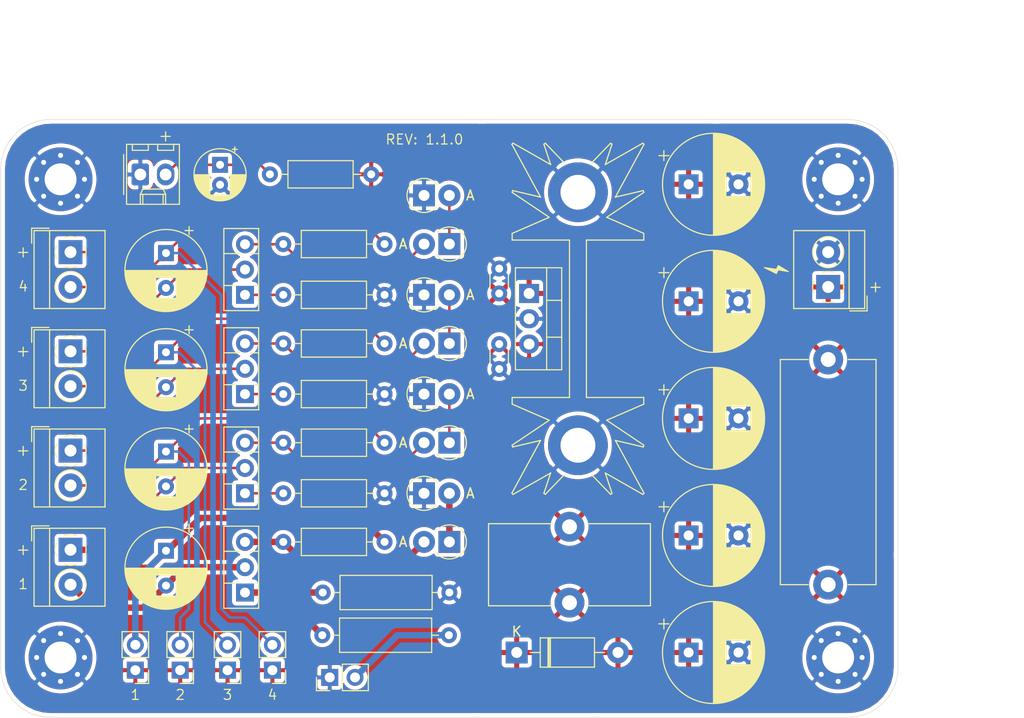
<source format=kicad_pcb>
(kicad_pcb (version 20171130) (host pcbnew "(5.1.8)-1")
  (layers (0 F.Cu signal) (31 B.Cu signal) (34 B.Paste user) (35 F.Paste user) (36 B.SilkS user) (37 F.SilkS user) (38 B.Mask user) (39 F.Mask user) (44 Edge.Cuts user))
  (net 0 "")
  (net 1 "Net-(C1-Pad1)")
  (net 2 GND)
  (net 3 OUT)
  (net 4 "Net-(D1-Pad2)")
  (net 5 "Net-(D1-Pad1)")
  (net 6 "Net-(D3-Pad2)")
  (net 7 "Net-(D3-Pad1)")
  (net 8 "Net-(Q1-Pad1)")
  (net 9 "Net-(Q2-Pad1)")
  (net 10 "Net-(Q3-Pad1)")
  (net 11 "Net-(Q4-Pad1)")
  (net 12 "Net-(JP5-Pad2)")
  (net 13 "Net-(C8-Pad1)")
  (net 14 "Net-(C9-Pad2)")
  (net 15 "Net-(C9-Pad1)")
  (net 16 "Net-(C10-Pad1)")
  (net 17 "Net-(C10-Pad2)")
  (net 18 "Net-(C11-Pad1)")
  (net 19 "Net-(D9-Pad2)")
  (net 20 +12V)
  (net 21 "Net-(C11-Pad2)")
  (net 22 "Net-(C12-Pad1)")
  (net 23 "Net-(C12-Pad2)")
  (net 24 "Net-(D5-Pad2)")
  (net 25 "Net-(D5-Pad1)")
  (net 26 "Net-(D7-Pad1)")
  (net 27 "Net-(D7-Pad2)")
  (net 28 "Net-(D10-Pad2)")
  (module Icons:Lightning (layer F.Cu) (at 158 65.06 90)
    (fp_text reference G*** hide)
    (fp_text value Lightning hide)
  )
  (module Capacitor_THT:CP_Radial_D10.0mm_P5.00mm (layer F.Cu) (at 149 103.5)
    (fp_text reference C1 hide)
    (fp_text value 1mF hide)
    (pad 1 thru_hole rect (at 0 0) (size 2 2) (drill 1) (layers *.Cu *.Mask) (net 1 "Net-(C1-Pad1)"))
    (pad 2 thru_hole circle (at 5 0) (size 2 2) (drill 1) (layers *.Cu *.Mask) (net 2 GND))
  )
  (module Resistor_THT:R_Axial_DIN0309_L9.0mm_D3.2mm_P12.70mm_Horizontal (layer F.Cu) (at 125 97.48 180)
    (fp_text reference R6 hide)
    (fp_text value 2.2 hide)
    (pad 2 thru_hole oval (at 12.7 0 180) (size 1.6 1.6) (drill 0.8) (layers *.Cu *.Mask) (net 8 "Net-(Q1-Pad1)"))
    (pad 1 thru_hole circle (at 0 0 180) (size 1.6 1.6) (drill 0.8) (layers *.Cu *.Mask) (net 2 GND))
  )
  (module Capacitor_THT:CP_Radial_D10.0mm_P5.00mm (layer F.Cu) (at 149 91.75)
    (fp_text reference C2 hide)
    (fp_text value 1mF hide)
    (pad 1 thru_hole rect (at 0 0) (size 2 2) (drill 1) (layers *.Cu *.Mask) (net 1 "Net-(C1-Pad1)"))
    (pad 2 thru_hole circle (at 5 0) (size 2 2) (drill 1) (layers *.Cu *.Mask) (net 2 GND))
  )
  (module Capacitor_THT:CP_Radial_D10.0mm_P5.00mm (layer F.Cu) (at 149 80)
    (fp_text reference C3 hide)
    (fp_text value 1mF hide)
    (pad 1 thru_hole rect (at 0 0) (size 2 2) (drill 1) (layers *.Cu *.Mask) (net 1 "Net-(C1-Pad1)"))
    (pad 2 thru_hole circle (at 5 0) (size 2 2) (drill 1) (layers *.Cu *.Mask) (net 2 GND))
  )
  (module Capacitor_THT:CP_Radial_D10.0mm_P5.00mm (layer F.Cu) (at 149 68.25)
    (fp_text reference C4 hide)
    (fp_text value 470µF hide)
    (pad 2 thru_hole circle (at 5 0) (size 2 2) (drill 1) (layers *.Cu *.Mask) (net 2 GND))
    (pad 1 thru_hole rect (at 0 0) (size 2 2) (drill 1) (layers *.Cu *.Mask) (net 1 "Net-(C1-Pad1)"))
  )
  (module Capacitor_THT:CP_Radial_D10.0mm_P5.00mm (layer F.Cu) (at 149 56.5)
    (fp_text reference C5 hide)
    (fp_text value 470µF hide)
    (pad 2 thru_hole circle (at 5 0) (size 2 2) (drill 1) (layers *.Cu *.Mask) (net 2 GND))
    (pad 1 thru_hole rect (at 0 0) (size 2 2) (drill 1) (layers *.Cu *.Mask) (net 1 "Net-(C1-Pad1)"))
  )
  (module Capacitor_THT:C_Disc_D3.0mm_W1.6mm_P2.50mm (layer F.Cu) (at 130 67.46 90)
    (fp_text reference C6 hide)
    (fp_text value 0.33µF hide)
    (pad 1 thru_hole circle (at 0 0 90) (size 1.6 1.6) (drill 0.8) (layers *.Cu *.Mask) (net 1 "Net-(C1-Pad1)"))
    (pad 2 thru_hole circle (at 2.5 0 90) (size 1.6 1.6) (drill 0.8) (layers *.Cu *.Mask) (net 2 GND))
  )
  (module Capacitor_THT:C_Disc_D3.0mm_W1.6mm_P2.50mm (layer F.Cu) (at 130 72.54 270)
    (fp_text reference C7 hide)
    (fp_text value 0.1µF hide)
    (pad 2 thru_hole circle (at 2.5 0 270) (size 1.6 1.6) (drill 0.8) (layers *.Cu *.Mask) (net 2 GND))
    (pad 1 thru_hole circle (at 0 0 270) (size 1.6 1.6) (drill 0.8) (layers *.Cu *.Mask) (net 3 OUT))
  )
  (module Connector_Molex:Molex_KK-254_AE-6410-02A_1x02_P2.54mm_Vertical (layer F.Cu) (at 94 55.52)
    (fp_text reference D2 hide)
    (fp_text value RED hide)
    (pad 1 thru_hole roundrect (at 0 0) (size 1.74 2.19) (drill 1.19) (layers *.Cu *.Mask) (roundrect_rratio 0.143678) (net 2 GND))
    (pad 2 thru_hole oval (at 2.54 0) (size 1.74 2.19) (drill 1.19) (layers *.Cu *.Mask) (net 13 "Net-(C8-Pad1)"))
  )
  (module Fuse:Fuseholder_Cylinder-5x20mm_Stelvio-Kontek_PTF78_Horizontal_Open (layer F.Cu) (at 163 96.69 90)
    (fp_text reference F1 hide)
    (fp_text value 2A hide)
    (pad 1 thru_hole circle (at 0 0 90) (size 3 3) (drill 1.5) (layers *.Cu *.Mask) (net 4 "Net-(D1-Pad2)"))
    (pad 2 thru_hole circle (at 22.6 0 90) (size 3 3) (drill 1.5) (layers *.Cu *.Mask) (net 20 +12V))
  )
  (module TerminalBlock_4Ucon:TerminalBlock_4Ucon_1x02_P3.50mm_Horizontal (layer F.Cu) (at 87 93.19 270)
    (fp_text reference J2 hide)
    (fp_text value DC_OUT_1 hide)
    (pad 1 thru_hole rect (at 0 0 270) (size 2.4 2.4) (drill 1.2) (layers *.Cu *.Mask) (net 15 "Net-(C9-Pad1)"))
    (pad 2 thru_hole circle (at 3.5 0 270) (size 2.4 2.4) (drill 1.2) (layers *.Cu *.Mask) (net 14 "Net-(C9-Pad2)"))
  )
  (module TerminalBlock_4Ucon:TerminalBlock_4Ucon_1x02_P3.50mm_Horizontal (layer F.Cu) (at 87 83.23 270)
    (fp_text reference J3 hide)
    (fp_text value DC_OUT_2 hide)
    (pad 2 thru_hole circle (at 3.5 0 270) (size 2.4 2.4) (drill 1.2) (layers *.Cu *.Mask) (net 17 "Net-(C10-Pad2)"))
    (pad 1 thru_hole rect (at 0 0 270) (size 2.4 2.4) (drill 1.2) (layers *.Cu *.Mask) (net 16 "Net-(C10-Pad1)"))
  )
  (module TerminalBlock_4Ucon:TerminalBlock_4Ucon_1x02_P3.50mm_Horizontal (layer F.Cu) (at 87 73.27 270)
    (fp_text reference J4 hide)
    (fp_text value DC_OUT_3 hide)
    (pad 2 thru_hole circle (at 3.5 0 270) (size 2.4 2.4) (drill 1.2) (layers *.Cu *.Mask) (net 21 "Net-(C11-Pad2)"))
    (pad 1 thru_hole rect (at 0 0 270) (size 2.4 2.4) (drill 1.2) (layers *.Cu *.Mask) (net 18 "Net-(C11-Pad1)"))
  )
  (module TerminalBlock_4Ucon:TerminalBlock_4Ucon_1x02_P3.50mm_Horizontal (layer F.Cu) (at 87 63.31 270)
    (fp_text reference J5 hide)
    (fp_text value DC_OUT_4 hide)
    (pad 1 thru_hole rect (at 0 0 270) (size 2.4 2.4) (drill 1.2) (layers *.Cu *.Mask) (net 22 "Net-(C12-Pad1)"))
    (pad 2 thru_hole circle (at 3.5 0 270) (size 2.4 2.4) (drill 1.2) (layers *.Cu *.Mask) (net 23 "Net-(C12-Pad2)"))
  )
  (module TerminalBlock_4Ucon:TerminalBlock_4Ucon_1x02_P3.50mm_Horizontal (layer F.Cu) (at 163 66.81 90)
    (fp_text reference J1 hide)
    (fp_text value DC_IN hide)
    (pad 1 thru_hole rect (at 0 0 90) (size 2.4 2.4) (drill 1.2) (layers *.Cu *.Mask) (net 20 +12V))
    (pad 2 thru_hole circle (at 3.5 0 90) (size 2.4 2.4) (drill 1.2) (layers *.Cu *.Mask) (net 2 GND))
  )
  (module Connector_PinHeader_2.54mm:PinHeader_1x02_P2.54mm_Vertical (layer F.Cu) (at 93.5 105.275 180)
    (fp_text reference JP1 hide)
    (fp_text value GATE hide)
    (pad 1 thru_hole rect (at 0 0 180) (size 1.7 1.7) (drill 1) (layers *.Cu *.Mask) (net 3 OUT))
    (pad 2 thru_hole oval (at 0 2.54 180) (size 1.7 1.7) (drill 1) (layers *.Cu *.Mask) (net 15 "Net-(C9-Pad1)"))
  )
  (module Connector_PinHeader_2.54mm:PinHeader_1x02_P2.54mm_Vertical (layer F.Cu) (at 98 105.275 180)
    (fp_text reference JP2 hide)
    (fp_text value GATE hide)
    (pad 2 thru_hole oval (at 0 2.54 180) (size 1.7 1.7) (drill 1) (layers *.Cu *.Mask) (net 16 "Net-(C10-Pad1)"))
    (pad 1 thru_hole rect (at 0 0 180) (size 1.7 1.7) (drill 1) (layers *.Cu *.Mask) (net 3 OUT))
  )
  (module Connector_PinHeader_2.54mm:PinHeader_1x02_P2.54mm_Vertical (layer F.Cu) (at 102.75 105.275 180)
    (fp_text reference JP3 hide)
    (fp_text value GATE hide)
    (pad 1 thru_hole rect (at 0 0 180) (size 1.7 1.7) (drill 1) (layers *.Cu *.Mask) (net 3 OUT))
    (pad 2 thru_hole oval (at 0 2.54 180) (size 1.7 1.7) (drill 1) (layers *.Cu *.Mask) (net 18 "Net-(C11-Pad1)"))
  )
  (module Connector_PinHeader_2.54mm:PinHeader_1x02_P2.54mm_Vertical (layer F.Cu) (at 107.25 105.275 180)
    (fp_text reference JP4 hide)
    (fp_text value GATE hide)
    (pad 2 thru_hole oval (at 0 2.54 180) (size 1.7 1.7) (drill 1) (layers *.Cu *.Mask) (net 22 "Net-(C12-Pad1)"))
    (pad 1 thru_hole rect (at 0 0 180) (size 1.7 1.7) (drill 1) (layers *.Cu *.Mask) (net 3 OUT))
  )
  (module Connector_PinHeader_2.54mm:PinHeader_1x02_P2.54mm_Vertical (layer F.Cu) (at 113 106 90)
    (fp_text reference JP5 hide)
    (fp_text value GATE hide)
    (pad 1 thru_hole rect (at 0 0 90) (size 1.7 1.7) (drill 1) (layers *.Cu *.Mask) (net 2 GND))
    (pad 2 thru_hole oval (at 0 2.54 90) (size 1.7 1.7) (drill 1) (layers *.Cu *.Mask) (net 12 "Net-(JP5-Pad2)"))
  )
  (module Package_TO_SOT_THT:TO-126-3_Vertical (layer F.Cu) (at 104.5 97.48 90)
    (fp_text reference Q1 hide)
    (fp_text value BD137 hide)
    (pad 3 thru_hole oval (at 5.08 0 90) (size 1.8 1.8) (drill 1) (layers *.Cu *.Mask) (net 6 "Net-(D3-Pad2)"))
    (pad 2 thru_hole oval (at 2.54 0 90) (size 1.8 1.8) (drill 1) (layers *.Cu *.Mask) (net 14 "Net-(C9-Pad2)"))
    (pad 1 thru_hole rect (at 0 0 90) (size 1.8 1.8) (drill 1) (layers *.Cu *.Mask) (net 8 "Net-(Q1-Pad1)"))
  )
  (module Package_TO_SOT_THT:TO-126-3_Vertical (layer F.Cu) (at 104.5 87.52 90)
    (fp_text reference Q2 hide)
    (fp_text value BD137 hide)
    (pad 1 thru_hole rect (at 0 0 90) (size 1.8 1.8) (drill 1) (layers *.Cu *.Mask) (net 9 "Net-(Q2-Pad1)"))
    (pad 2 thru_hole oval (at 2.54 0 90) (size 1.8 1.8) (drill 1) (layers *.Cu *.Mask) (net 17 "Net-(C10-Pad2)"))
    (pad 3 thru_hole oval (at 5.08 0 90) (size 1.8 1.8) (drill 1) (layers *.Cu *.Mask) (net 24 "Net-(D5-Pad2)"))
  )
  (module Package_TO_SOT_THT:TO-126-3_Vertical (layer F.Cu) (at 104.5 77.56 90)
    (fp_text reference Q3 hide)
    (fp_text value BD137 hide)
    (pad 3 thru_hole oval (at 5.08 0 90) (size 1.8 1.8) (drill 1) (layers *.Cu *.Mask) (net 27 "Net-(D7-Pad2)"))
    (pad 2 thru_hole oval (at 2.54 0 90) (size 1.8 1.8) (drill 1) (layers *.Cu *.Mask) (net 21 "Net-(C11-Pad2)"))
    (pad 1 thru_hole rect (at 0 0 90) (size 1.8 1.8) (drill 1) (layers *.Cu *.Mask) (net 10 "Net-(Q3-Pad1)"))
  )
  (module Package_TO_SOT_THT:TO-126-3_Vertical (layer F.Cu) (at 104.5 67.6 90)
    (fp_text reference Q4 hide)
    (fp_text value BD137 hide)
    (pad 1 thru_hole rect (at 0 0 90) (size 1.8 1.8) (drill 1) (layers *.Cu *.Mask) (net 11 "Net-(Q4-Pad1)"))
    (pad 2 thru_hole oval (at 2.54 0 90) (size 1.8 1.8) (drill 1) (layers *.Cu *.Mask) (net 23 "Net-(C12-Pad2)"))
    (pad 3 thru_hole oval (at 5.08 0 90) (size 1.8 1.8) (drill 1) (layers *.Cu *.Mask) (net 19 "Net-(D9-Pad2)"))
  )
  (module Resistor_THT:R_Axial_DIN0207_L6.3mm_D2.5mm_P10.16mm_Horizontal (layer F.Cu) (at 118.5 92.4 180)
    (fp_text reference R2 hide)
    (fp_text value 100 hide)
    (pad 2 thru_hole oval (at 10.16 0 180) (size 1.6 1.6) (drill 0.8) (layers *.Cu *.Mask) (net 6 "Net-(D3-Pad2)"))
    (pad 1 thru_hole circle (at 0 0 180) (size 1.6 1.6) (drill 0.8) (layers *.Cu *.Mask) (net 15 "Net-(C9-Pad1)"))
  )
  (module Resistor_THT:R_Axial_DIN0207_L6.3mm_D2.5mm_P10.16mm_Horizontal (layer F.Cu) (at 118.5 82.44 180)
    (fp_text reference R3 hide)
    (fp_text value 100 hide)
    (pad 1 thru_hole circle (at 0 0 180) (size 1.6 1.6) (drill 0.8) (layers *.Cu *.Mask) (net 16 "Net-(C10-Pad1)"))
    (pad 2 thru_hole oval (at 10.16 0 180) (size 1.6 1.6) (drill 0.8) (layers *.Cu *.Mask) (net 24 "Net-(D5-Pad2)"))
  )
  (module Resistor_THT:R_Axial_DIN0207_L6.3mm_D2.5mm_P10.16mm_Horizontal (layer F.Cu) (at 118.5 72.48 180)
    (fp_text reference R4 hide)
    (fp_text value 100 hide)
    (pad 1 thru_hole circle (at 0 0 180) (size 1.6 1.6) (drill 0.8) (layers *.Cu *.Mask) (net 18 "Net-(C11-Pad1)"))
    (pad 2 thru_hole oval (at 10.16 0 180) (size 1.6 1.6) (drill 0.8) (layers *.Cu *.Mask) (net 27 "Net-(D7-Pad2)"))
  )
  (module Resistor_THT:R_Axial_DIN0207_L6.3mm_D2.5mm_P10.16mm_Horizontal (layer F.Cu) (at 118.5 62.5 180)
    (fp_text reference R5 hide)
    (fp_text value 100 hide)
    (pad 1 thru_hole circle (at 0 0 180) (size 1.6 1.6) (drill 0.8) (layers *.Cu *.Mask) (net 22 "Net-(C12-Pad1)"))
    (pad 2 thru_hole oval (at 10.16 0 180) (size 1.6 1.6) (drill 0.8) (layers *.Cu *.Mask) (net 19 "Net-(D9-Pad2)"))
  )
  (module Resistor_THT:R_Axial_DIN0207_L6.3mm_D2.5mm_P10.16mm_Horizontal (layer F.Cu) (at 118.5 87.52 180)
    (fp_text reference R8 hide)
    (fp_text value 2.2 hide)
    (pad 2 thru_hole oval (at 10.16 0 180) (size 1.6 1.6) (drill 0.8) (layers *.Cu *.Mask) (net 9 "Net-(Q2-Pad1)"))
    (pad 1 thru_hole circle (at 0 0 180) (size 1.6 1.6) (drill 0.8) (layers *.Cu *.Mask) (net 2 GND))
  )
  (module Resistor_THT:R_Axial_DIN0207_L6.3mm_D2.5mm_P10.16mm_Horizontal (layer F.Cu) (at 118.5 77.56 180)
    (fp_text reference R9 hide)
    (fp_text value 2.2 hide)
    (pad 2 thru_hole oval (at 10.16 0 180) (size 1.6 1.6) (drill 0.8) (layers *.Cu *.Mask) (net 10 "Net-(Q3-Pad1)"))
    (pad 1 thru_hole circle (at 0 0 180) (size 1.6 1.6) (drill 0.8) (layers *.Cu *.Mask) (net 2 GND))
  )
  (module Resistor_THT:R_Axial_DIN0207_L6.3mm_D2.5mm_P10.16mm_Horizontal (layer F.Cu) (at 118.5 67.6 180)
    (fp_text reference R10 hide)
    (fp_text value 2.2 hide)
    (pad 2 thru_hole oval (at 10.16 0 180) (size 1.6 1.6) (drill 0.8) (layers *.Cu *.Mask) (net 11 "Net-(Q4-Pad1)"))
    (pad 1 thru_hole circle (at 0 0 180) (size 1.6 1.6) (drill 0.8) (layers *.Cu *.Mask) (net 2 GND))
  )
  (module Resistor_THT:R_Axial_DIN0207_L6.3mm_D2.5mm_P10.16mm_Horizontal (layer F.Cu) (at 107 55.5)
    (fp_text reference R1 hide)
    (fp_text value 100 hide)
    (pad 1 thru_hole circle (at 0 0) (size 1.6 1.6) (drill 0.8) (layers *.Cu *.Mask) (net 13 "Net-(C8-Pad1)"))
    (pad 2 thru_hole oval (at 10.16 0) (size 1.6 1.6) (drill 0.8) (layers *.Cu *.Mask) (net 3 OUT))
  )
  (module Package_TO_SOT_THT:TO-220-3_Vertical (layer F.Cu) (at 133 67.46 270)
    (fp_text reference U1 hide)
    (fp_text value L7805 hide)
    (pad 3 thru_hole oval (at 5.08 0 270) (size 1.905 2) (drill 1.1) (layers *.Cu *.Mask) (net 3 OUT))
    (pad 2 thru_hole oval (at 2.54 0 270) (size 1.905 2) (drill 1.1) (layers *.Cu *.Mask) (net 2 GND))
    (pad 1 thru_hole rect (at 0 0 270) (size 1.905 2) (drill 1.1) (layers *.Cu *.Mask) (net 1 "Net-(C1-Pad1)"))
  )
  (module Heatsink:Heatsink_Fischer_SK104-STCB_35x13mm__2xDrill3.5mm_ScrewM3 (layer F.Cu) (at 137.9 70 90)
    (fp_text reference HS1 hide)
    (fp_text value Heatsink hide)
    (pad 1 thru_hole circle (at 12.7 0 90) (size 6 6) (drill 3.5) (layers *.Cu *.Mask) (net 2 GND))
    (pad 1 thru_hole circle (at -12.7 0 270) (size 6 6) (drill 3.5) (layers *.Cu *.Mask) (net 2 GND))
  )
  (module MountingHole:MountingHole_3.2mm_M3_Pad_Via (layer F.Cu) (at 86 56)
    (fp_text reference H1 hide)
    (fp_text value "Mounting Pad" hide)
    (pad 1 thru_hole circle (at 0 0) (size 6.4 6.4) (drill 3.2) (layers *.Cu *.Mask) (net 2 GND))
    (pad 1 thru_hole circle (at 2.4 0) (size 0.8 0.8) (drill 0.5) (layers *.Cu *.Mask) (net 2 GND))
    (pad 1 thru_hole circle (at 1.697056 1.697056) (size 0.8 0.8) (drill 0.5) (layers *.Cu *.Mask) (net 2 GND))
    (pad 1 thru_hole circle (at 0 2.4) (size 0.8 0.8) (drill 0.5) (layers *.Cu *.Mask) (net 2 GND))
    (pad 1 thru_hole circle (at -1.697056 1.697056) (size 0.8 0.8) (drill 0.5) (layers *.Cu *.Mask) (net 2 GND))
    (pad 1 thru_hole circle (at -2.4 0) (size 0.8 0.8) (drill 0.5) (layers *.Cu *.Mask) (net 2 GND))
    (pad 1 thru_hole circle (at -1.697056 -1.697056) (size 0.8 0.8) (drill 0.5) (layers *.Cu *.Mask) (net 2 GND))
    (pad 1 thru_hole circle (at 0 -2.4) (size 0.8 0.8) (drill 0.5) (layers *.Cu *.Mask) (net 2 GND))
    (pad 1 thru_hole circle (at 1.697056 -1.697056) (size 0.8 0.8) (drill 0.5) (layers *.Cu *.Mask) (net 2 GND))
  )
  (module MountingHole:MountingHole_3.2mm_M3_Pad_Via (layer F.Cu) (at 164 56)
    (fp_text reference H2 hide)
    (fp_text value "Mounting Pad" hide)
    (pad 1 thru_hole circle (at 1.697056 -1.697056) (size 0.8 0.8) (drill 0.5) (layers *.Cu *.Mask) (net 2 GND))
    (pad 1 thru_hole circle (at 0 -2.4) (size 0.8 0.8) (drill 0.5) (layers *.Cu *.Mask) (net 2 GND))
    (pad 1 thru_hole circle (at -1.697056 -1.697056) (size 0.8 0.8) (drill 0.5) (layers *.Cu *.Mask) (net 2 GND))
    (pad 1 thru_hole circle (at -2.4 0) (size 0.8 0.8) (drill 0.5) (layers *.Cu *.Mask) (net 2 GND))
    (pad 1 thru_hole circle (at -1.697056 1.697056) (size 0.8 0.8) (drill 0.5) (layers *.Cu *.Mask) (net 2 GND))
    (pad 1 thru_hole circle (at 0 2.4) (size 0.8 0.8) (drill 0.5) (layers *.Cu *.Mask) (net 2 GND))
    (pad 1 thru_hole circle (at 1.697056 1.697056) (size 0.8 0.8) (drill 0.5) (layers *.Cu *.Mask) (net 2 GND))
    (pad 1 thru_hole circle (at 2.4 0) (size 0.8 0.8) (drill 0.5) (layers *.Cu *.Mask) (net 2 GND))
    (pad 1 thru_hole circle (at 0 0) (size 6.4 6.4) (drill 3.2) (layers *.Cu *.Mask) (net 2 GND))
  )
  (module MountingHole:MountingHole_3.2mm_M3_Pad_Via (layer F.Cu) (at 164 104)
    (fp_text reference H3 hide)
    (fp_text value "Mounting Pad" hide)
    (pad 1 thru_hole circle (at 0 0) (size 6.4 6.4) (drill 3.2) (layers *.Cu *.Mask) (net 2 GND))
    (pad 1 thru_hole circle (at 2.4 0) (size 0.8 0.8) (drill 0.5) (layers *.Cu *.Mask) (net 2 GND))
    (pad 1 thru_hole circle (at 1.697056 1.697056) (size 0.8 0.8) (drill 0.5) (layers *.Cu *.Mask) (net 2 GND))
    (pad 1 thru_hole circle (at 0 2.4) (size 0.8 0.8) (drill 0.5) (layers *.Cu *.Mask) (net 2 GND))
    (pad 1 thru_hole circle (at -1.697056 1.697056) (size 0.8 0.8) (drill 0.5) (layers *.Cu *.Mask) (net 2 GND))
    (pad 1 thru_hole circle (at -2.4 0) (size 0.8 0.8) (drill 0.5) (layers *.Cu *.Mask) (net 2 GND))
    (pad 1 thru_hole circle (at -1.697056 -1.697056) (size 0.8 0.8) (drill 0.5) (layers *.Cu *.Mask) (net 2 GND))
    (pad 1 thru_hole circle (at 0 -2.4) (size 0.8 0.8) (drill 0.5) (layers *.Cu *.Mask) (net 2 GND))
    (pad 1 thru_hole circle (at 1.697056 -1.697056) (size 0.8 0.8) (drill 0.5) (layers *.Cu *.Mask) (net 2 GND))
  )
  (module MountingHole:MountingHole_3.2mm_M3_Pad_Via (layer F.Cu) (at 86 104)
    (fp_text reference H4 hide)
    (fp_text value "Mounting Pad" hide)
    (pad 1 thru_hole circle (at 1.697056 -1.697056) (size 0.8 0.8) (drill 0.5) (layers *.Cu *.Mask) (net 2 GND))
    (pad 1 thru_hole circle (at 0 -2.4) (size 0.8 0.8) (drill 0.5) (layers *.Cu *.Mask) (net 2 GND))
    (pad 1 thru_hole circle (at -1.697056 -1.697056) (size 0.8 0.8) (drill 0.5) (layers *.Cu *.Mask) (net 2 GND))
    (pad 1 thru_hole circle (at -2.4 0) (size 0.8 0.8) (drill 0.5) (layers *.Cu *.Mask) (net 2 GND))
    (pad 1 thru_hole circle (at -1.697056 1.697056) (size 0.8 0.8) (drill 0.5) (layers *.Cu *.Mask) (net 2 GND))
    (pad 1 thru_hole circle (at 0 2.4) (size 0.8 0.8) (drill 0.5) (layers *.Cu *.Mask) (net 2 GND))
    (pad 1 thru_hole circle (at 1.697056 1.697056) (size 0.8 0.8) (drill 0.5) (layers *.Cu *.Mask) (net 2 GND))
    (pad 1 thru_hole circle (at 2.4 0) (size 0.8 0.8) (drill 0.5) (layers *.Cu *.Mask) (net 2 GND))
    (pad 1 thru_hole circle (at 0 0) (size 6.4 6.4) (drill 3.2) (layers *.Cu *.Mask) (net 2 GND))
  )
  (module Diode_THT:D_DO-41_SOD81_P10.16mm_Horizontal (layer F.Cu) (at 131.75575 103.5)
    (fp_text reference D1 hide)
    (fp_text value 1N4007 hide)
    (fp_text user K (at 0 -2.1) (layer F.SilkS))
    (pad 1 thru_hole rect (at 0 0) (size 2.2 2.2) (drill 1.1) (layers *.Cu *.Mask) (net 5 "Net-(D1-Pad1)"))
    (pad 2 thru_hole oval (at 10.16 0) (size 2.2 2.2) (drill 1.1) (layers *.Cu *.Mask) (net 4 "Net-(D1-Pad2)"))
  )
  (module Diode_THT:D_DO-41_SOD81_P2.54mm_Vertical_AnodeUp (layer F.Cu) (at 125 92.4 180)
    (fp_text reference D3 hide)
    (fp_text value 1N4007 hide)
    (fp_text user A (at 4.64 0) (layer F.SilkS))
    (pad 2 thru_hole oval (at 2.54 0 180) (size 2.2 2.2) (drill 1.1) (layers *.Cu *.Mask) (net 6 "Net-(D3-Pad2)"))
    (pad 1 thru_hole rect (at 0 0 180) (size 2.2 2.2) (drill 1.1) (layers *.Cu *.Mask) (net 7 "Net-(D3-Pad1)"))
  )
  (module Diode_THT:D_DO-41_SOD81_P2.54mm_Vertical_AnodeUp (layer F.Cu) (at 125 82.44 180)
    (fp_text reference D5 hide)
    (fp_text value 1N4007 hide)
    (fp_text user A (at 4.64 0) (layer F.SilkS))
    (pad 2 thru_hole oval (at 2.54 0 180) (size 2.2 2.2) (drill 1.1) (layers *.Cu *.Mask) (net 24 "Net-(D5-Pad2)"))
    (pad 1 thru_hole rect (at 0 0 180) (size 2.2 2.2) (drill 1.1) (layers *.Cu *.Mask) (net 25 "Net-(D5-Pad1)"))
  )
  (module Diode_THT:D_DO-41_SOD81_P2.54mm_Vertical_AnodeUp (layer F.Cu) (at 125 72.48 180)
    (fp_text reference D7 hide)
    (fp_text value 1N4007 hide)
    (fp_text user A (at 4.64 0) (layer F.SilkS))
    (pad 1 thru_hole rect (at 0 0 180) (size 2.2 2.2) (drill 1.1) (layers *.Cu *.Mask) (net 26 "Net-(D7-Pad1)"))
    (pad 2 thru_hole oval (at 2.54 0 180) (size 2.2 2.2) (drill 1.1) (layers *.Cu *.Mask) (net 27 "Net-(D7-Pad2)"))
  )
  (module Diode_THT:D_DO-41_SOD81_P2.54mm_Vertical_AnodeUp (layer F.Cu) (at 125 62.5 180)
    (fp_text reference D9 hide)
    (fp_text value 1N4007 hide)
    (fp_text user A (at 4.64 0) (layer F.SilkS))
    (pad 1 thru_hole rect (at 0 0 180) (size 2.2 2.2) (drill 1.1) (layers *.Cu *.Mask) (net 28 "Net-(D10-Pad2)"))
    (pad 2 thru_hole oval (at 2.54 0 180) (size 2.2 2.2) (drill 1.1) (layers *.Cu *.Mask) (net 19 "Net-(D9-Pad2)"))
  )
  (module Diode_THT:D_DO-41_SOD81_P2.54mm_Vertical_AnodeUp (layer F.Cu) (at 122.46 87.52)
    (fp_text reference D4 hide)
    (fp_text value 1N4007 hide)
    (fp_text user A (at 4.64 0) (layer F.SilkS))
    (pad 1 thru_hole rect (at 0 0) (size 2.2 2.2) (drill 1.1) (layers *.Cu *.Mask) (net 2 GND))
    (pad 2 thru_hole oval (at 2.54 0) (size 2.2 2.2) (drill 1.1) (layers *.Cu *.Mask) (net 7 "Net-(D3-Pad1)"))
  )
  (module Diode_THT:D_DO-41_SOD81_P2.54mm_Vertical_AnodeUp (layer F.Cu) (at 122.46 77.56)
    (fp_text reference D6 hide)
    (fp_text value 1N4007 hide)
    (fp_text user A (at 4.64 0) (layer F.SilkS))
    (pad 1 thru_hole rect (at 0 0) (size 2.2 2.2) (drill 1.1) (layers *.Cu *.Mask) (net 2 GND))
    (pad 2 thru_hole oval (at 2.54 0) (size 2.2 2.2) (drill 1.1) (layers *.Cu *.Mask) (net 25 "Net-(D5-Pad1)"))
  )
  (module Diode_THT:D_DO-41_SOD81_P2.54mm_Vertical_AnodeUp (layer F.Cu) (at 122.46 67.6)
    (fp_text reference D8 hide)
    (fp_text value 1N4007 hide)
    (fp_text user A (at 4.64 0) (layer F.SilkS))
    (pad 2 thru_hole oval (at 2.54 0) (size 2.2 2.2) (drill 1.1) (layers *.Cu *.Mask) (net 26 "Net-(D7-Pad1)"))
    (pad 1 thru_hole rect (at 0 0) (size 2.2 2.2) (drill 1.1) (layers *.Cu *.Mask) (net 2 GND))
  )
  (module Diode_THT:D_DO-41_SOD81_P2.54mm_Vertical_AnodeUp (layer F.Cu) (at 122.46 57.62)
    (fp_text reference D10 hide)
    (fp_text value 1N4007 hide)
    (fp_text user A (at 4.64 0) (layer F.SilkS))
    (pad 2 thru_hole oval (at 2.54 0) (size 2.2 2.2) (drill 1.1) (layers *.Cu *.Mask) (net 28 "Net-(D10-Pad2)"))
    (pad 1 thru_hole rect (at 0 0) (size 2.2 2.2) (drill 1.1) (layers *.Cu *.Mask) (net 2 GND))
  )
  (module Capacitor_THT:CP_Radial_D8.0mm_P3.50mm (layer F.Cu) (at 96.575 93.287349 270)
    (fp_text reference C9 hide)
    (fp_text value 1mF hide)
    (pad 2 thru_hole circle (at 3.5 0 270) (size 1.6 1.6) (drill 0.8) (layers *.Cu *.Mask) (net 14 "Net-(C9-Pad2)"))
    (pad 1 thru_hole rect (at 0 0 270) (size 1.6 1.6) (drill 0.8) (layers *.Cu *.Mask) (net 15 "Net-(C9-Pad1)"))
  )
  (module Capacitor_THT:CP_Radial_D8.0mm_P3.50mm (layer F.Cu) (at 96.575 83.327349 270)
    (fp_text reference C10 hide)
    (fp_text value 1mF hide)
    (pad 1 thru_hole rect (at 0 0 270) (size 1.6 1.6) (drill 0.8) (layers *.Cu *.Mask) (net 16 "Net-(C10-Pad1)"))
    (pad 2 thru_hole circle (at 3.5 0 270) (size 1.6 1.6) (drill 0.8) (layers *.Cu *.Mask) (net 17 "Net-(C10-Pad2)"))
  )
  (module Capacitor_THT:CP_Radial_D8.0mm_P3.50mm (layer F.Cu) (at 96.575 73.367349 270)
    (fp_text reference C11 hide)
    (fp_text value 1mF hide)
    (pad 2 thru_hole circle (at 3.5 0 270) (size 1.6 1.6) (drill 0.8) (layers *.Cu *.Mask) (net 21 "Net-(C11-Pad2)"))
    (pad 1 thru_hole rect (at 0 0 270) (size 1.6 1.6) (drill 0.8) (layers *.Cu *.Mask) (net 18 "Net-(C11-Pad1)"))
  )
  (module Capacitor_THT:CP_Radial_D8.0mm_P3.50mm (layer F.Cu) (at 96.575 63.407349 270)
    (fp_text reference C12 hide)
    (fp_text value 1mF hide)
    (pad 1 thru_hole rect (at 0 0 270) (size 1.6 1.6) (drill 0.8) (layers *.Cu *.Mask) (net 22 "Net-(C12-Pad1)"))
    (pad 2 thru_hole circle (at 3.5 0 270) (size 1.6 1.6) (drill 0.8) (layers *.Cu *.Mask) (net 23 "Net-(C12-Pad2)"))
  )
  (module Capacitor_THT:CP_Radial_D5.0mm_P2.00mm (layer F.Cu) (at 102 54.544888 270)
    (fp_text reference C8 hide)
    (fp_text value 100µF hide)
    (pad 1 thru_hole rect (at 0 0 270) (size 1.6 1.6) (drill 0.8) (layers *.Cu *.Mask) (net 13 "Net-(C8-Pad1)"))
    (pad 2 thru_hole circle (at 2 0 270) (size 1.6 1.6) (drill 0.8) (layers *.Cu *.Mask) (net 2 GND))
  )
  (module Resistor_THT:R_Axial_DIN0309_L9.0mm_D3.2mm_P12.70mm_Horizontal (layer F.Cu) (at 112.255 101.765)
    (fp_text reference R7 hide)
    (fp_text value 2.2 hide)
    (pad 1 thru_hole circle (at 0 0) (size 1.6 1.6) (drill 0.8) (layers *.Cu *.Mask) (net 8 "Net-(Q1-Pad1)"))
    (pad 2 thru_hole oval (at 12.7 0) (size 1.6 1.6) (drill 0.8) (layers *.Cu *.Mask) (net 12 "Net-(JP5-Pad2)"))
  )
  (module Inductor_THT:L_Toroid_Vertical_L16.0mm_W8.0mm_P7.62mm (layer F.Cu) (at 137.05 98.5 180)
    (fp_text reference L1 hide)
    (fp_text value 100µF hide)
    (pad 1 thru_hole circle (at 0 0 180) (size 3 3) (drill 1.5) (layers *.Cu *.Mask) (net 5 "Net-(D1-Pad1)"))
    (pad 2 thru_hole circle (at 0 7.62 180) (size 3 3) (drill 1.5) (layers *.Cu *.Mask) (net 1 "Net-(C1-Pad1)"))
  )
  (gr_text 4 (at 82.25 66.756) (layer F.SilkS) (effects (font (size 1 1) (thickness 0.12))))
  (gr_text 3 (at 82.25 76.716) (layer F.SilkS) (effects (font (size 1 1) (thickness 0.12))))
  (gr_text 2 (at 82.25 86.676) (layer F.SilkS) (effects (font (size 1 1) (thickness 0.12))))
  (gr_text 1 (at 82.25 96.63) (layer F.SilkS) (effects (font (size 1 1) (thickness 0.12))))
  (gr_text "REV: 1.1.0" (at 122.5 52) (layer F.SilkS) (effects (font (size 1 1) (thickness 0.12))))
  (gr_text + (at 167.75 66.75) (layer F.SilkS) (effects (font (size 1.2 1.2) (thickness 0.12))))
  (gr_text + (at 96.54 51.6) (layer F.SilkS) (effects (font (size 1.2 1.2) (thickness 0.12))))
  (gr_text 4 (at 107.25 107.75) (layer F.SilkS) (effects (font (size 1 1) (thickness 0.12))))
  (gr_text 3 (at 102.75 107.75) (layer F.SilkS) (effects (font (size 1 1) (thickness 0.12))))
  (gr_text 2 (at 98 107.75) (layer F.SilkS) (effects (font (size 1 1) (thickness 0.12))))
  (gr_text 1 (at 93.5 107.75) (layer F.SilkS) (effects (font (size 1 1) (thickness 0.12))))
  (gr_text + (at 82.25 93.13) (layer F.SilkS) (effects (font (size 1.2 1.2) (thickness 0.12))))
  (gr_text + (at 82.25 83.17) (layer F.SilkS) (effects (font (size 1.2 1.2) (thickness 0.12))))
  (gr_text + (at 82.25 73.21) (layer F.SilkS) (effects (font (size 1.2 1.2) (thickness 0.12))))
  (gr_text + (at 82.25 63.25) (layer F.SilkS) (effects (font (size 1.2 1.2) (thickness 0.12))))
  (gr_arc (start 85 105) (end 80 105) (angle -90) (layer Edge.Cuts) (width 0.05))
  (gr_arc (start 165 105) (end 165 110) (angle -90) (layer Edge.Cuts) (width 0.05))
  (gr_arc (start 165 55) (end 170 55) (angle -90) (layer Edge.Cuts) (width 0.05))
  (gr_arc (start 85 55) (end 85 50) (angle -90) (layer Edge.Cuts) (width 0.05))
  (gr_line (start 170 55) (end 170 105) (layer Edge.Cuts) (width 0.05))
  (gr_line (start 85 110) (end 165 110) (layer Edge.Cuts) (width 0.05))
  (gr_line (start 85 50) (end 165 50) (layer Edge.Cuts) (width 0.05))
  (gr_line (start 80 55) (end 80 105) (layer Edge.Cuts) (width 0.05))
  (segment (start 104.5 92.4) (end 108.34 92.4) (width 0.65) (layer F.Cu) (net 6))
  (segment (start 119.92 94.94) (end 122.46 92.4) (width 0.65) (layer F.Cu) (net 6))
  (segment (start 110.88 94.94) (end 119.92 94.94) (width 0.65) (layer F.Cu) (net 6))
  (segment (start 108.34 92.4) (end 110.88 94.94) (width 0.65) (layer F.Cu) (net 6))
  (segment (start 125 92.4) (end 125 87.52) (width 0.65) (layer F.Cu) (net 7))
  (segment (start 125 82.44) (end 125 77.56) (width 0.25) (layer F.Cu) (net 25))
  (segment (start 104.5 82.44) (end 108.34 82.44) (width 0.25) (layer F.Cu) (net 24))
  (segment (start 110.88 84.98) (end 108.34 82.44) (width 0.25) (layer F.Cu) (net 24))
  (segment (start 118.98 84.98) (end 110.88 84.98) (width 0.25) (layer F.Cu) (net 24))
  (segment (start 119 85) (end 118.98 84.98) (width 0.25) (layer F.Cu) (net 24))
  (segment (start 122.46 82.44) (end 119.9 85) (width 0.25) (layer F.Cu) (net 24))
  (segment (start 119.9 85) (end 119 85) (width 0.25) (layer F.Cu) (net 24))
  (segment (start 104.5 72.48) (end 108.34 72.48) (width 0.25) (layer F.Cu) (net 27))
  (segment (start 110.88 75.02) (end 108.34 72.48) (width 0.25) (layer F.Cu) (net 27))
  (segment (start 119.92 75.02) (end 122.46 72.48) (width 0.25) (layer F.Cu) (net 27))
  (segment (start 110.88 75.02) (end 119.92 75.02) (width 0.25) (layer F.Cu) (net 27))
  (segment (start 125 72.48) (end 125 67.6) (width 0.25) (layer F.Cu) (net 26))
  (segment (start 125 62.5) (end 125 57.62) (width 0.25) (layer F.Cu) (net 28))
  (segment (start 108.32 62.52) (end 108.34 62.5) (width 0.25) (layer F.Cu) (net 19))
  (segment (start 104.5 62.52) (end 108.32 62.52) (width 0.25) (layer F.Cu) (net 19))
  (segment (start 119.91 65.05) (end 122.46 62.5) (width 0.25) (layer F.Cu) (net 19))
  (segment (start 110.89 65.05) (end 119.91 65.05) (width 0.25) (layer F.Cu) (net 19))
  (segment (start 108.34 62.5) (end 110.89 65.05) (width 0.25) (layer F.Cu) (net 19))
  (segment (start 107.97 97.48) (end 107.52 97.48) (width 0.65) (layer F.Cu) (net 8))
  (segment (start 112.255 101.765) (end 107.97 97.48) (width 0.65) (layer F.Cu) (net 8))
  (segment (start 104.5 97.48) (end 107.52 97.48) (width 0.65) (layer F.Cu) (net 8))
  (segment (start 107.52 97.48) (end 112.3 97.48) (width 0.65) (layer F.Cu) (net 8))
  (segment (start 104.5 87.52) (end 108.34 87.52) (width 0.25) (layer F.Cu) (net 9))
  (segment (start 104.5 77.56) (end 108.34 77.56) (width 0.25) (layer F.Cu) (net 10))
  (segment (start 104.5 67.6) (end 108.34 67.6) (width 0.25) (layer F.Cu) (net 11))
  (segment (start 119.775 101.765) (end 115.54 106) (width 0.65) (layer B.Cu) (net 12))
  (segment (start 124.955 101.765) (end 119.775 101.765) (width 0.65) (layer B.Cu) (net 12))
  (segment (start 98.422349 94.94) (end 96.575 96.787349) (width 0.65) (layer F.Cu) (net 14))
  (segment (start 104.5 94.94) (end 98.422349 94.94) (width 0.65) (layer F.Cu) (net 14))
  (segment (start 87 96.69) (end 89.31 99) (width 0.65) (layer F.Cu) (net 14))
  (segment (start 94.362349 99) (end 96.575 96.787349) (width 0.65) (layer F.Cu) (net 14))
  (segment (start 89.31 99) (end 94.362349 99) (width 0.65) (layer F.Cu) (net 14))
  (segment (start 87 93.19) (end 90.69 93.19) (width 0.65) (layer F.Cu) (net 15))
  (segment (start 90.69 93.19) (end 92.5 95) (width 0.65) (layer F.Cu) (net 15))
  (segment (start 92.5 95) (end 94.862349 95) (width 0.65) (layer F.Cu) (net 15))
  (segment (start 94.862349 95) (end 96.575 93.287349) (width 0.65) (layer F.Cu) (net 15))
  (segment (start 93.5 96.362349) (end 96.575 93.287349) (width 0.65) (layer B.Cu) (net 15))
  (segment (start 93.5 102.735) (end 93.5 96.362349) (width 0.65) (layer B.Cu) (net 15))
  (segment (start 96.575 93.287349) (end 96.712651 93.287349) (width 0.65) (layer F.Cu) (net 15))
  (segment (start 96.712651 93.287349) (end 100 90) (width 0.65) (layer F.Cu) (net 15))
  (segment (start 116.1 90) (end 100 90) (width 0.65) (layer F.Cu) (net 15))
  (segment (start 118.5 92.4) (end 116.1 90) (width 0.65) (layer F.Cu) (net 15))
  (segment (start 87 83.23) (end 90.73 83.23) (width 0.25) (layer F.Cu) (net 16))
  (segment (start 90.73 83.23) (end 92.5 85) (width 0.25) (layer F.Cu) (net 16))
  (segment (start 92.5 85) (end 94.902349 85) (width 0.25) (layer F.Cu) (net 16))
  (segment (start 94.902349 85) (end 96.575 83.327349) (width 0.25) (layer F.Cu) (net 16))
  (segment (start 96.575 83.327349) (end 96.672651 83.327349) (width 0.25) (layer F.Cu) (net 16))
  (segment (start 96.672651 83.327349) (end 100 80) (width 0.25) (layer F.Cu) (net 16))
  (segment (start 100 80) (end 105 80) (width 0.25) (layer F.Cu) (net 16))
  (segment (start 98 100) (end 98 102.735) (width 0.25) (layer B.Cu) (net 16))
  (segment (start 98.868749 99.131251) (end 98 100) (width 0.25) (layer B.Cu) (net 16))
  (segment (start 98.868749 84.368749) (end 98.868749 99.131251) (width 0.25) (layer B.Cu) (net 16))
  (segment (start 97.827349 83.327349) (end 98.868749 84.368749) (width 0.25) (layer B.Cu) (net 16))
  (segment (start 96.575 83.327349) (end 97.827349 83.327349) (width 0.25) (layer B.Cu) (net 16))
  (segment (start 118.5 82.44) (end 116.06 80) (width 0.25) (layer F.Cu) (net 16))
  (segment (start 116.06 80) (end 105 80) (width 0.25) (layer F.Cu) (net 16))
  (segment (start 98.422349 84.98) (end 96.575 86.827349) (width 0.25) (layer F.Cu) (net 17))
  (segment (start 104.5 84.98) (end 98.422349 84.98) (width 0.25) (layer F.Cu) (net 17))
  (segment (start 95.402349 88) (end 96.575 86.827349) (width 0.25) (layer F.Cu) (net 17))
  (segment (start 91 88) (end 95.402349 88) (width 0.25) (layer F.Cu) (net 17))
  (segment (start 89.73 86.73) (end 91 88) (width 0.25) (layer F.Cu) (net 17))
  (segment (start 87 86.73) (end 89.73 86.73) (width 0.25) (layer F.Cu) (net 17))
  (segment (start 98.422349 75.02) (end 96.575 76.867349) (width 0.25) (layer F.Cu) (net 21))
  (segment (start 104.5 75.02) (end 98.422349 75.02) (width 0.25) (layer F.Cu) (net 21))
  (segment (start 91 78) (end 95.442349 78) (width 0.25) (layer F.Cu) (net 21))
  (segment (start 89.77 76.77) (end 91 78) (width 0.25) (layer F.Cu) (net 21))
  (segment (start 95.442349 78) (end 96.575 76.867349) (width 0.25) (layer F.Cu) (net 21))
  (segment (start 87 76.77) (end 89.77 76.77) (width 0.25) (layer F.Cu) (net 21))
  (segment (start 87 73.27) (end 90.77 73.27) (width 0.25) (layer F.Cu) (net 18))
  (segment (start 90.77 73.27) (end 92.5 75) (width 0.25) (layer F.Cu) (net 18))
  (segment (start 92.5 75) (end 94.942349 75) (width 0.25) (layer F.Cu) (net 18))
  (segment (start 94.942349 75) (end 96.575 73.367349) (width 0.25) (layer F.Cu) (net 18))
  (segment (start 100.487499 100.472499) (end 102.75 102.735) (width 0.25) (layer B.Cu) (net 18))
  (segment (start 100.487499 75.987499) (end 100.487499 100.472499) (width 0.25) (layer B.Cu) (net 18))
  (segment (start 97.867349 73.367349) (end 100.487499 75.987499) (width 0.25) (layer B.Cu) (net 18))
  (segment (start 96.575 73.367349) (end 97.867349 73.367349) (width 0.25) (layer B.Cu) (net 18))
  (segment (start 96.632651 73.367349) (end 96.575 73.367349) (width 0.25) (layer F.Cu) (net 18))
  (segment (start 100 70) (end 96.632651 73.367349) (width 0.25) (layer F.Cu) (net 18))
  (segment (start 116.02 70) (end 100 70) (width 0.25) (layer F.Cu) (net 18))
  (segment (start 118.5 72.48) (end 116.02 70) (width 0.25) (layer F.Cu) (net 18))
  (segment (start 87 63.31) (end 90.81 63.31) (width 0.25) (layer F.Cu) (net 22))
  (segment (start 90.81 63.31) (end 92.5 65) (width 0.25) (layer F.Cu) (net 22))
  (segment (start 94.982349 65) (end 96.575 63.407349) (width 0.25) (layer F.Cu) (net 22))
  (segment (start 92.5 65) (end 94.982349 65) (width 0.25) (layer F.Cu) (net 22))
  (segment (start 103 100) (end 104.515 100) (width 0.25) (layer B.Cu) (net 22))
  (segment (start 102.106249 99.106249) (end 103 100) (width 0.25) (layer B.Cu) (net 22))
  (segment (start 102.106249 67.606249) (end 102.106249 99.106249) (width 0.25) (layer B.Cu) (net 22))
  (segment (start 97.907349 63.407349) (end 102.106249 67.606249) (width 0.25) (layer B.Cu) (net 22))
  (segment (start 104.515 100) (end 107.25 102.735) (width 0.25) (layer B.Cu) (net 22))
  (segment (start 96.575 63.407349) (end 97.907349 63.407349) (width 0.25) (layer B.Cu) (net 22))
  (segment (start 96.592651 63.407349) (end 96.575 63.407349) (width 0.25) (layer F.Cu) (net 22))
  (segment (start 100 60) (end 96.592651 63.407349) (width 0.25) (layer F.Cu) (net 22))
  (segment (start 118.5 62.5) (end 116 60) (width 0.25) (layer F.Cu) (net 22))
  (segment (start 116 60) (end 100 60) (width 0.25) (layer F.Cu) (net 22))
  (segment (start 98.422349 65.06) (end 96.575 66.907349) (width 0.25) (layer F.Cu) (net 23))
  (segment (start 104.5 65.06) (end 98.422349 65.06) (width 0.25) (layer F.Cu) (net 23))
  (segment (start 95.482349 68) (end 96.575 66.907349) (width 0.25) (layer F.Cu) (net 23))
  (segment (start 91 68) (end 95.482349 68) (width 0.25) (layer F.Cu) (net 23))
  (segment (start 89.81 66.81) (end 91 68) (width 0.25) (layer F.Cu) (net 23))
  (segment (start 87 66.81) (end 89.81 66.81) (width 0.25) (layer F.Cu) (net 23))
  (segment (start 97.515112 54.544888) (end 96.54 55.52) (width 0.25) (layer F.Cu) (net 13))
  (segment (start 102 54.544888) (end 97.515112 54.544888) (width 0.25) (layer F.Cu) (net 13))
  (segment (start 106.044888 54.544888) (end 107 55.5) (width 0.25) (layer F.Cu) (net 13))
  (segment (start 102 54.544888) (end 106.044888 54.544888) (width 0.25) (layer F.Cu) (net 13))
  (zone (net 2) (net_name GND) (layer B.Cu) (connect_pads (clearance 0.4)) (min_thickness 0.2) (fill yes (arc_segments 32) (thermal_gap 0.4) (thermal_bridge_width 0.4))
    (polygon (pts (xy 170 110) (xy 80 110) (xy 80 50) (xy 170 50)))
  )
  (zone (net 3) (net_name OUT) (layer F.Cu) (connect_pads thru_hole_only (clearance 0.4)) (min_thickness 0.2) (fill yes (arc_segments 32) (thermal_gap 0.4) (thermal_bridge_width 0.4))
    (polygon (pts (xy 128 72) (xy 135 72) (xy 135 88.5) (xy 127.5 88.5) (xy 127.5 110) (xy 80 110) (xy 80 50) (xy 128 50)))
  )
  (zone (net 4) (net_name "Net-(D1-Pad2)") (layer F.Cu) (connect_pads (clearance 0.4)) (min_thickness 0.254) (fill yes (arc_segments 32) (thermal_gap 0.508) (thermal_bridge_width 0.508))
    (polygon (pts (xy 170 110) (xy 151 110) (xy 140 110) (xy 140 101.5) (xy 144 101.5) (xy 144 107.5) (xy 152 107.5) (xy 152 103) (xy 152 94) (xy 170 94)))
  )
  (zone (net 1) (net_name "Net-(C1-Pad1)") (layer F.Cu) (connect_pads (clearance 0.4)) (min_thickness 0.254) (fill yes (arc_segments 32) (thermal_gap 0.508) (thermal_bridge_width 0.508))
    (polygon (pts (xy 151.5 107) (xy 144.5 107) (xy 144.5 101) (xy 144.5 94.5) (xy 128 94.5) (xy 128 89) (xy 135.5 89) (xy 135.5 71.5) (xy 128.5 71.5) (xy 128.5 50) (xy 151.5 50)))
  )
  (zone (net 20) (net_name +12V) (layer F.Cu) (connect_pads (clearance 0.4)) (min_thickness 0.254) (fill yes (arc_segments 32) (thermal_gap 0.508) (thermal_bridge_width 0.508))
    (polygon (pts (xy 170 93.5) (xy 152 93.5) (xy 152 50) (xy 170 50)))
  )
  (zone (net 5) (net_name "Net-(D1-Pad1)") (layer F.Cu) (connect_pads (clearance 0.4)) (min_thickness 0.254) (fill yes (arc_segments 32) (thermal_gap 0.508) (thermal_bridge_width 0.508))
    (polygon (pts (xy 144 101) (xy 139.5 101) (xy 139.5 110) (xy 128 110) (xy 128 95) (xy 144 95)))
  )
)
</source>
